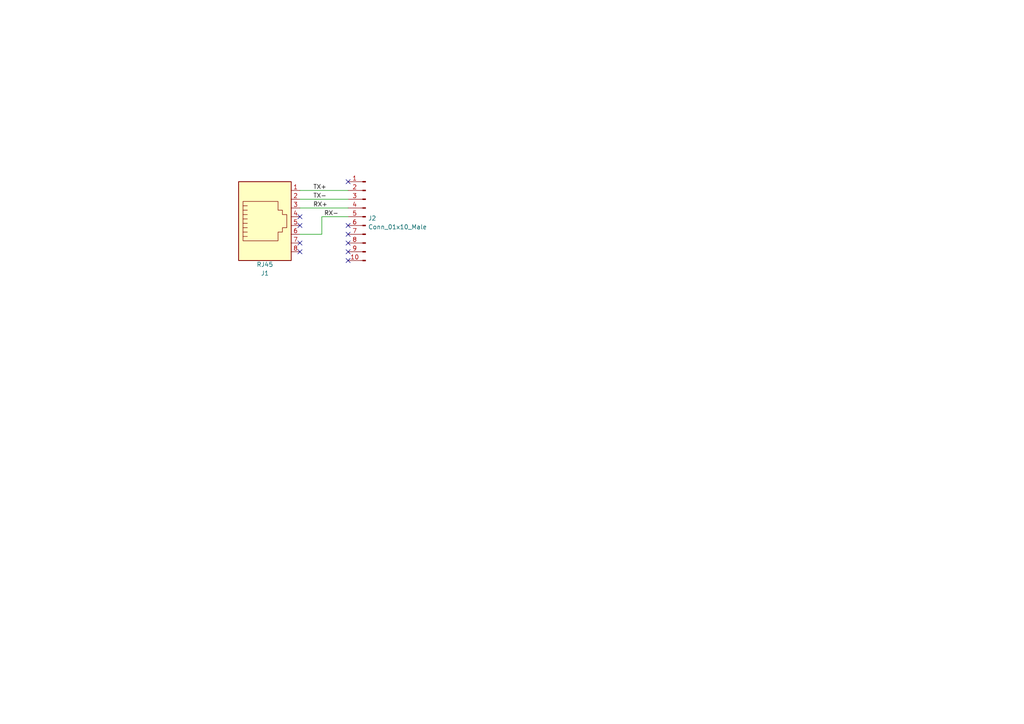
<source format=kicad_sch>
(kicad_sch (version 20211123) (generator eeschema)
  (paper "A4")
  (lib_symbols
    (symbol "Connector:Conn_01x10_Male" (pin_names (offset 1.016) hide)
      (property "Reference" "J" (at 0 12.7 0))
      (property "Value" "Conn_01x10_Male" (at 0 -15.24 0))
      (symbol "Conn_01x10_Male_1_1"
        (polyline (pts (xy 1.27 -12.7) (xy 0.8636 -12.7)) (stroke (width 0.1524)))
        (polyline (pts (xy 1.27 -10.16) (xy 0.8636 -10.16)) (stroke (width 0.1524)))
        (polyline (pts (xy 1.27 -7.62) (xy 0.8636 -7.62)) (stroke (width 0.1524)))
        (polyline (pts (xy 1.27 -5.08) (xy 0.8636 -5.08)) (stroke (width 0.1524)))
        (polyline (pts (xy 1.27 -2.54) (xy 0.8636 -2.54)) (stroke (width 0.1524)))
        (polyline (pts (xy 1.27 0) (xy 0.8636 0)) (stroke (width 0.1524)))
        (polyline (pts (xy 1.27 2.54) (xy 0.8636 2.54)) (stroke (width 0.1524)))
        (polyline (pts (xy 1.27 5.08) (xy 0.8636 5.08)) (stroke (width 0.1524)))
        (polyline (pts (xy 1.27 7.62) (xy 0.8636 7.62)) (stroke (width 0.1524)))
        (polyline (pts (xy 1.27 10.16) (xy 0.8636 10.16)) (stroke (width 0.1524)))
        (rectangle (start 0.8636 -12.573) (end 0 -12.827) (stroke (width 0.1524)) (fill (type outline)))
        (rectangle (start 0.8636 -10.033) (end 0 -10.287) (stroke (width 0.1524)) (fill (type outline)))
        (rectangle (start 0.8636 -7.493) (end 0 -7.747) (stroke (width 0.1524)) (fill (type outline)))
        (rectangle (start 0.8636 -4.953) (end 0 -5.207) (stroke (width 0.1524)) (fill (type outline)))
        (rectangle (start 0.8636 -2.413) (end 0 -2.667) (stroke (width 0.1524)) (fill (type outline)))
        (rectangle (start 0.8636 0.127) (end 0 -0.127) (stroke (width 0.1524)) (fill (type outline)))
        (rectangle (start 0.8636 2.667) (end 0 2.413) (stroke (width 0.1524)) (fill (type outline)))
        (rectangle (start 0.8636 5.207) (end 0 4.953) (stroke (width 0.1524)) (fill (type outline)))
        (rectangle (start 0.8636 7.747) (end 0 7.493) (stroke (width 0.1524)) (fill (type outline)))
        (rectangle (start 0.8636 10.287) (end 0 10.033) (stroke (width 0.1524)) (fill (type outline)))
        (pin passive line (at 5.08 10.16 180) (length 3.81) (name "Pin_1") (number "1"))
        (pin passive line (at 5.08 -12.7 180) (length 3.81) (name "Pin_10") (number "10"))
        (pin passive line (at 5.08 7.62 180) (length 3.81) (name "Pin_2") (number "2"))
        (pin passive line (at 5.08 5.08 180) (length 3.81) (name "Pin_3") (number "3"))
        (pin passive line (at 5.08 2.54 180) (length 3.81) (name "Pin_4") (number "4"))
        (pin passive line (at 5.08 0 180) (length 3.81) (name "Pin_5") (number "5"))
        (pin passive line (at 5.08 -2.54 180) (length 3.81) (name "Pin_6") (number "6"))
        (pin passive line (at 5.08 -5.08 180) (length 3.81) (name "Pin_7") (number "7"))
        (pin passive line (at 5.08 -7.62 180) (length 3.81) (name "Pin_8") (number "8"))
        (pin passive line (at 5.08 -10.16 180) (length 3.81) (name "Pin_9") (number "9"))
      )
    )
    (symbol "Connector:RJ45" (pin_names (offset 1.016))
      (property "Reference" "J" (at -5.08 13.97 0))
      (property "Value" "RJ45" (at 2.54 13.97 0))
      (symbol "RJ45_0_1"
        (polyline (pts (xy -5.08 4.445) (xy -6.35 4.445)))
        (polyline (pts (xy -5.08 5.715) (xy -6.35 5.715)))
        (polyline (pts (xy -6.35 -3.175) (xy -5.08 -3.175) (xy -5.08 -3.175)))
        (polyline (pts (xy -6.35 -1.905) (xy -5.08 -1.905) (xy -5.08 -1.905)))
        (polyline (pts (xy -6.35 -0.635) (xy -5.08 -0.635) (xy -5.08 -0.635)))
        (polyline (pts (xy -6.35 0.635) (xy -5.08 0.635) (xy -5.08 0.635)))
        (polyline (pts (xy -6.35 1.905) (xy -5.08 1.905) (xy -5.08 1.905)))
        (polyline (pts (xy -5.08 3.175) (xy -6.35 3.175) (xy -6.35 3.175)))
        (polyline (pts (xy -6.35 -4.445) (xy -6.35 6.985) (xy 3.81 6.985) (xy 3.81 4.445) (xy 5.08 4.445) (xy 5.08 3.175) (xy 6.35 3.175) (xy 6.35 -0.635) (xy 5.08 -0.635) (xy 5.08 -1.905) (xy 3.81 -1.905) (xy 3.81 -4.445) (xy -6.35 -4.445) (xy -6.35 -4.445)))
        (rectangle (start 7.62 12.7) (end -7.62 -10.16) (stroke (width 0.254)) (fill (type background)))
      )
      (symbol "RJ45_1_1"
        (pin passive line (at 10.16 -7.62 180) (length 2.54) (name "~") (number "1"))
        (pin passive line (at 10.16 -5.08 180) (length 2.54) (name "~") (number "2"))
        (pin passive line (at 10.16 -2.54 180) (length 2.54) (name "~") (number "3"))
        (pin passive line (at 10.16 0 180) (length 2.54) (name "~") (number "4"))
        (pin passive line (at 10.16 2.54 180) (length 2.54) (name "~") (number "5"))
        (pin passive line (at 10.16 5.08 180) (length 2.54) (name "~") (number "6"))
        (pin passive line (at 10.16 7.62 180) (length 2.54) (name "~") (number "7"))
        (pin passive line (at 10.16 10.16 180) (length 2.54) (name "~") (number "8"))
      )
    )
  )
  (no_connect (at 86.995 62.865))
  (no_connect (at 86.995 65.405))
  (no_connect (at 86.995 70.485))
  (no_connect (at 86.995 73.025))
  (no_connect (at 100.965 67.945))
  (no_connect (at 100.965 70.485))
  (no_connect (at 100.965 73.025))
  (no_connect (at 100.965 75.565))
  (no_connect (at 100.965 65.405))
  (no_connect (at 100.965 52.705))
  (wire (pts (xy 93.345 67.945) (xy 93.345 62.865)))
  (wire (pts (xy 93.345 62.865) (xy 100.965 62.865)))
  (wire (pts (xy 86.995 67.945) (xy 93.345 67.945)))
  (wire (pts (xy 86.995 55.245) (xy 100.965 55.245)))
  (wire (pts (xy 86.995 57.785) (xy 100.965 57.785)))
  (wire (pts (xy 86.995 60.325) (xy 100.965 60.325)))
  (label "RX+" (at 90.805 60.325 0))
  (label "TX-" (at 90.805 57.785 0))
  (label "RX-" (at 93.98 62.865 0))
  (label "TX+" (at 90.805 55.245 0))
  (symbol (lib_id "Connector:Conn_01x10_Male") (at 106.045 62.865 0) (mirror y) (unit 1)
    (property "Reference" "J2" (at 106.7562 63.3003 0) (effects (justify right)))
    (property "Value" "Conn_01x10_Male" (at 106.7562 65.8372 0) (effects (justify right)))
    (property "Footprint" "SebLee:JST_ZH_B10B-ZR_1x10_P1.50mm_Vertical" (effects hide))
  )
  (symbol (lib_id "Connector:RJ45") (at 76.835 62.865 0) (mirror x) (unit 1)
    (property "Reference" "J1" (at 76.835 79.2648 0))
    (property "Value" "RJ45" (at 76.835 76.7279 0))
    (property "Footprint" "SebLee:RJ45_Vertical" (effects hide))
  )
)
</source>
